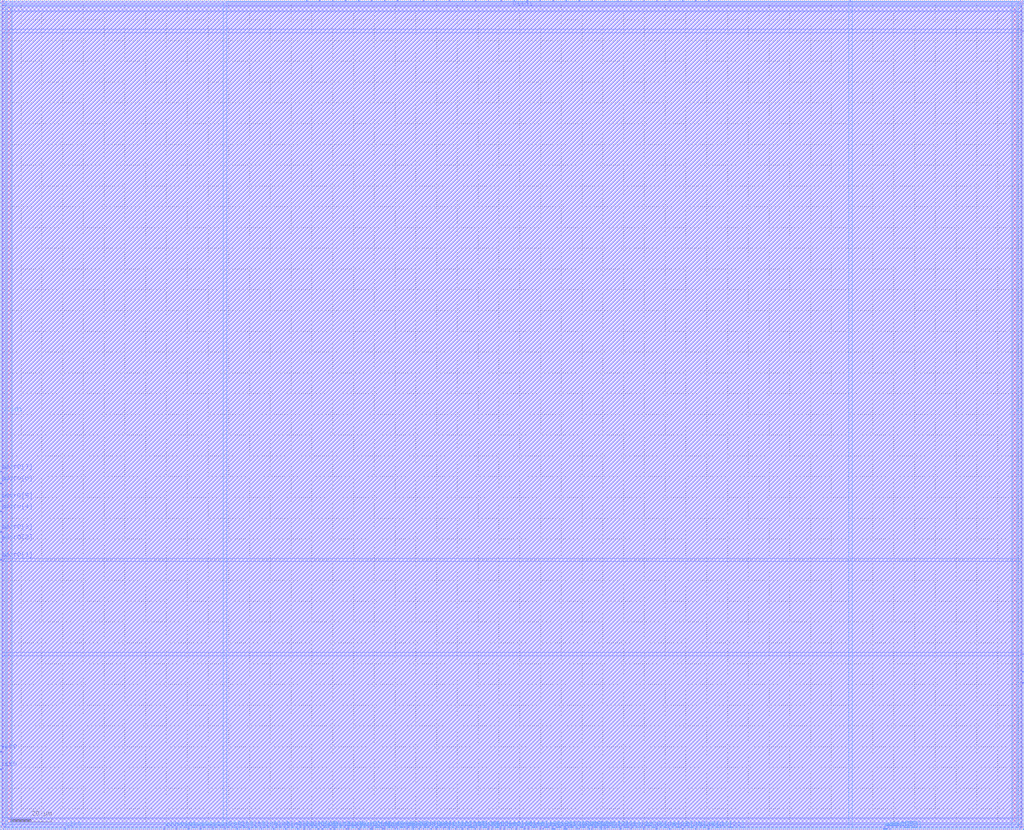
<source format=lef>
VERSION 5.4 ;
NAMESCASESENSITIVE ON ;
BUSBITCHARS "[]" ;
DIVIDERCHAR "/" ;
UNITS
  DATABASE MICRONS 2000 ;
END UNITS
MACRO sky130_sram_1kbyte_1rw1r_32x256_8
   CLASS BLOCK ;
   SIZE 492.56 BY 399.67 ;
   SYMMETRY X Y R90 ;
   PIN din0[0]
      DIRECTION INPUT ;
      PORT
         LAYER met4 ;
         RECT  108.0 0.0 108.38 0.38 ;
      END
   END din0[0]
   PIN din0[1]
      DIRECTION INPUT ;
      PORT
         LAYER met4 ;
         RECT  113.84 0.0 114.22 0.38 ;
      END
   END din0[1]
   PIN din0[2]
      DIRECTION INPUT ;
      PORT
         LAYER met4 ;
         RECT  119.68 0.0 120.06 0.38 ;
      END
   END din0[2]
   PIN din0[3]
      DIRECTION INPUT ;
      PORT
         LAYER met4 ;
         RECT  125.52 0.0 125.9 0.38 ;
      END
   END din0[3]
   PIN din0[4]
      DIRECTION INPUT ;
      PORT
         LAYER met4 ;
         RECT  131.36 0.0 131.74 0.38 ;
      END
   END din0[4]
   PIN din0[5]
      DIRECTION INPUT ;
      PORT
         LAYER met4 ;
         RECT  137.2 0.0 137.58 0.38 ;
      END
   END din0[5]
   PIN din0[6]
      DIRECTION INPUT ;
      PORT
         LAYER met4 ;
         RECT  143.04 0.0 143.42 0.38 ;
      END
   END din0[6]
   PIN din0[7]
      DIRECTION INPUT ;
      PORT
         LAYER met4 ;
         RECT  148.88 0.0 149.26 0.38 ;
      END
   END din0[7]
   PIN din0[8]
      DIRECTION INPUT ;
      PORT
         LAYER met4 ;
         RECT  154.72 0.0 155.1 0.38 ;
      END
   END din0[8]
   PIN din0[9]
      DIRECTION INPUT ;
      PORT
         LAYER met4 ;
         RECT  160.56 0.0 160.94 0.38 ;
      END
   END din0[9]
   PIN din0[10]
      DIRECTION INPUT ;
      PORT
         LAYER met4 ;
         RECT  166.4 0.0 166.78 0.38 ;
      END
   END din0[10]
   PIN din0[11]
      DIRECTION INPUT ;
      PORT
         LAYER met4 ;
         RECT  172.24 0.0 172.62 0.38 ;
      END
   END din0[11]
   PIN din0[12]
      DIRECTION INPUT ;
      PORT
         LAYER met4 ;
         RECT  178.08 0.0 178.46 0.38 ;
      END
   END din0[12]
   PIN din0[13]
      DIRECTION INPUT ;
      PORT
         LAYER met4 ;
         RECT  183.92 0.0 184.3 0.38 ;
      END
   END din0[13]
   PIN din0[14]
      DIRECTION INPUT ;
      PORT
         LAYER met4 ;
         RECT  189.76 0.0 190.14 0.38 ;
      END
   END din0[14]
   PIN din0[15]
      DIRECTION INPUT ;
      PORT
         LAYER met4 ;
         RECT  195.6 0.0 195.98 0.38 ;
      END
   END din0[15]
   PIN din0[16]
      DIRECTION INPUT ;
      PORT
         LAYER met4 ;
         RECT  201.44 0.0 201.82 0.38 ;
      END
   END din0[16]
   PIN din0[17]
      DIRECTION INPUT ;
      PORT
         LAYER met4 ;
         RECT  207.28 0.0 207.66 0.38 ;
      END
   END din0[17]
   PIN din0[18]
      DIRECTION INPUT ;
      PORT
         LAYER met4 ;
         RECT  213.12 0.0 213.5 0.38 ;
      END
   END din0[18]
   PIN din0[19]
      DIRECTION INPUT ;
      PORT
         LAYER met4 ;
         RECT  218.96 0.0 219.34 0.38 ;
      END
   END din0[19]
   PIN din0[20]
      DIRECTION INPUT ;
      PORT
         LAYER met4 ;
         RECT  224.8 0.0 225.18 0.38 ;
      END
   END din0[20]
   PIN din0[21]
      DIRECTION INPUT ;
      PORT
         LAYER met4 ;
         RECT  230.64 0.0 231.02 0.38 ;
      END
   END din0[21]
   PIN din0[22]
      DIRECTION INPUT ;
      PORT
         LAYER met4 ;
         RECT  236.48 0.0 236.86 0.38 ;
      END
   END din0[22]
   PIN din0[23]
      DIRECTION INPUT ;
      PORT
         LAYER met4 ;
         RECT  242.32 0.0 242.7 0.38 ;
      END
   END din0[23]
   PIN din0[24]
      DIRECTION INPUT ;
      PORT
         LAYER met4 ;
         RECT  248.16 0.0 248.54 0.38 ;
      END
   END din0[24]
   PIN din0[25]
      DIRECTION INPUT ;
      PORT
         LAYER met4 ;
         RECT  254.0 0.0 254.38 0.38 ;
      END
   END din0[25]
   PIN din0[26]
      DIRECTION INPUT ;
      PORT
         LAYER met4 ;
         RECT  259.84 0.0 260.22 0.38 ;
      END
   END din0[26]
   PIN din0[27]
      DIRECTION INPUT ;
      PORT
         LAYER met4 ;
         RECT  265.68 0.0 266.06 0.38 ;
      END
   END din0[27]
   PIN din0[28]
      DIRECTION INPUT ;
      PORT
         LAYER met4 ;
         RECT  271.52 0.0 271.9 0.38 ;
      END
   END din0[28]
   PIN din0[29]
      DIRECTION INPUT ;
      PORT
         LAYER met4 ;
         RECT  277.36 0.0 277.74 0.38 ;
      END
   END din0[29]
   PIN din0[30]
      DIRECTION INPUT ;
      PORT
         LAYER met4 ;
         RECT  283.2 0.0 283.58 0.38 ;
      END
   END din0[30]
   PIN din0[31]
      DIRECTION INPUT ;
      PORT
         LAYER met4 ;
         RECT  289.04 0.0 289.42 0.38 ;
      END
   END din0[31]
   PIN addr0[0]
      DIRECTION INPUT ;
      PORT
         LAYER met4 ;
         RECT  78.8 0.0 79.18 0.38 ;
      END
   END addr0[0]
   PIN addr0[1]
      DIRECTION INPUT ;
      PORT
         LAYER met3 ;
         RECT  0.0 129.77 0.38 130.15 ;
      END
   END addr0[1]
   PIN addr0[2]
      DIRECTION INPUT ;
      PORT
         LAYER met3 ;
         RECT  0.0 138.27 0.38 138.65 ;
      END
   END addr0[2]
   PIN addr0[3]
      DIRECTION INPUT ;
      PORT
         LAYER met3 ;
         RECT  0.0 143.185 0.38 143.565 ;
      END
   END addr0[3]
   PIN addr0[4]
      DIRECTION INPUT ;
      PORT
         LAYER met3 ;
         RECT  0.0 153.075 0.38 153.455 ;
      END
   END addr0[4]
   PIN addr0[5]
      DIRECTION INPUT ;
      PORT
         LAYER met3 ;
         RECT  0.0 158.05 0.38 158.43 ;
      END
   END addr0[5]
   PIN addr0[6]
      DIRECTION INPUT ;
      PORT
         LAYER met3 ;
         RECT  0.0 166.55 0.38 166.93 ;
      END
   END addr0[6]
   PIN addr0[7]
      DIRECTION INPUT ;
      PORT
         LAYER met3 ;
         RECT  0.0 172.19 0.38 172.57 ;
      END
   END addr0[7]
   PIN addr1[0]
      DIRECTION INPUT ;
      PORT
         LAYER met4 ;
         RECT  408.92 399.29 409.3 399.67 ;
      END
   END addr1[0]
   PIN addr1[1]
      DIRECTION INPUT ;
      PORT
         LAYER met3 ;
         RECT  492.18 84.385 492.56 84.765 ;
      END
   END addr1[1]
   PIN addr1[2]
      DIRECTION INPUT ;
      PORT
         LAYER met3 ;
         RECT  492.18 75.985 492.56 76.365 ;
      END
   END addr1[2]
   PIN addr1[3]
      DIRECTION INPUT ;
      PORT
         LAYER met3 ;
         RECT  492.18 70.49 492.56 70.87 ;
      END
   END addr1[3]
   PIN addr1[4]
      DIRECTION INPUT ;
      PORT
         LAYER met4 ;
         RECT  427.98 0.0 428.36 0.38 ;
      END
   END addr1[4]
   PIN addr1[5]
      DIRECTION INPUT ;
      PORT
         LAYER met4 ;
         RECT  425.005 0.0 425.385 0.38 ;
      END
   END addr1[5]
   PIN addr1[6]
      DIRECTION INPUT ;
      PORT
         LAYER met4 ;
         RECT  425.695 0.0 426.075 0.38 ;
      END
   END addr1[6]
   PIN addr1[7]
      DIRECTION INPUT ;
      PORT
         LAYER met4 ;
         RECT  426.44 0.0 426.82 0.38 ;
      END
   END addr1[7]
   PIN csb0
      DIRECTION INPUT ;
      PORT
         LAYER met3 ;
         RECT  0.0 28.89 0.38 29.27 ;
      END
   END csb0
   PIN csb1
      DIRECTION INPUT ;
      PORT
         LAYER met3 ;
         RECT  492.18 384.42 492.56 384.8 ;
      END
   END csb1
   PIN web0
      DIRECTION INPUT ;
      PORT
         LAYER met3 ;
         RECT  0.0 37.39 0.38 37.77 ;
      END
   END web0
   PIN clk0
      DIRECTION INPUT ;
      PORT
         LAYER met4 ;
         RECT  31.1 0.0 31.48 0.38 ;
      END
   END clk0
   PIN clk1
      DIRECTION INPUT ;
      PORT
         LAYER met4 ;
         RECT  461.92 399.29 462.3 399.67 ;
      END
   END clk1
   PIN wmask0[0]
      DIRECTION INPUT ;
      PORT
         LAYER met4 ;
         RECT  84.64 0.0 85.02 0.38 ;
      END
   END wmask0[0]
   PIN wmask0[1]
      DIRECTION INPUT ;
      PORT
         LAYER met4 ;
         RECT  90.48 0.0 90.86 0.38 ;
      END
   END wmask0[1]
   PIN wmask0[2]
      DIRECTION INPUT ;
      PORT
         LAYER met4 ;
         RECT  96.32 0.0 96.7 0.38 ;
      END
   END wmask0[2]
   PIN wmask0[3]
      DIRECTION INPUT ;
      PORT
         LAYER met4 ;
         RECT  102.16 0.0 102.54 0.38 ;
      END
   END wmask0[3]
   PIN dout0[0]
      DIRECTION OUTPUT ;
      PORT
         LAYER met4 ;
         RECT  146.04 0.0 146.42 0.38 ;
      END
   END dout0[0]
   PIN dout0[1]
      DIRECTION OUTPUT ;
      PORT
         LAYER met4 ;
         RECT  152.86 0.0 153.24 0.38 ;
      END
   END dout0[1]
   PIN dout0[2]
      DIRECTION OUTPUT ;
      PORT
         LAYER met4 ;
         RECT  158.755 0.0 159.135 0.38 ;
      END
   END dout0[2]
   PIN dout0[3]
      DIRECTION OUTPUT ;
      PORT
         LAYER met4 ;
         RECT  167.405 0.0 167.785 0.38 ;
      END
   END dout0[3]
   PIN dout0[4]
      DIRECTION OUTPUT ;
      PORT
         LAYER met4 ;
         RECT  172.93 0.0 173.31 0.38 ;
      END
   END dout0[4]
   PIN dout0[5]
      DIRECTION OUTPUT ;
      PORT
         LAYER met4 ;
         RECT  178.77 0.0 179.15 0.38 ;
      END
   END dout0[5]
   PIN dout0[6]
      DIRECTION OUTPUT ;
      PORT
         LAYER met4 ;
         RECT  184.745 0.0 185.125 0.38 ;
      END
   END dout0[6]
   PIN dout0[7]
      DIRECTION OUTPUT ;
      PORT
         LAYER met4 ;
         RECT  190.985 0.0 191.365 0.38 ;
      END
   END dout0[7]
   PIN dout0[8]
      DIRECTION OUTPUT ;
      PORT
         LAYER met4 ;
         RECT  198.605 0.0 198.985 0.38 ;
      END
   END dout0[8]
   PIN dout0[9]
      DIRECTION OUTPUT ;
      PORT
         LAYER met4 ;
         RECT  203.465 0.0 203.845 0.38 ;
      END
   END dout0[9]
   PIN dout0[10]
      DIRECTION OUTPUT ;
      PORT
         LAYER met4 ;
         RECT  209.705 0.0 210.085 0.38 ;
      END
   END dout0[10]
   PIN dout0[11]
      DIRECTION OUTPUT ;
      PORT
         LAYER met4 ;
         RECT  215.945 0.0 216.325 0.38 ;
      END
   END dout0[11]
   PIN dout0[12]
      DIRECTION OUTPUT ;
      PORT
         LAYER met4 ;
         RECT  222.185 0.0 222.565 0.38 ;
      END
   END dout0[12]
   PIN dout0[13]
      DIRECTION OUTPUT ;
      PORT
         LAYER met4 ;
         RECT  228.425 0.0 228.805 0.38 ;
      END
   END dout0[13]
   PIN dout0[14]
      DIRECTION OUTPUT ;
      PORT
         LAYER met4 ;
         RECT  234.665 0.0 235.045 0.38 ;
      END
   END dout0[14]
   PIN dout0[15]
      DIRECTION OUTPUT ;
      PORT
         LAYER met4 ;
         RECT  240.515 0.0 240.895 0.38 ;
      END
   END dout0[15]
   PIN dout0[16]
      DIRECTION OUTPUT ;
      PORT
         LAYER met4 ;
         RECT  245.88 0.0 246.26 0.38 ;
      END
   END dout0[16]
   PIN dout0[17]
      DIRECTION OUTPUT ;
      PORT
         LAYER met4 ;
         RECT  252.195 0.0 252.575 0.38 ;
      END
   END dout0[17]
   PIN dout0[18]
      DIRECTION OUTPUT ;
      PORT
         LAYER met4 ;
         RECT  261.005 0.0 261.385 0.38 ;
      END
   END dout0[18]
   PIN dout0[19]
      DIRECTION OUTPUT ;
      PORT
         LAYER met4 ;
         RECT  266.37 0.0 266.75 0.38 ;
      END
   END dout0[19]
   PIN dout0[20]
      DIRECTION OUTPUT ;
      PORT
         LAYER met4 ;
         RECT  272.21 0.0 272.59 0.38 ;
      END
   END dout0[20]
   PIN dout0[21]
      DIRECTION OUTPUT ;
      PORT
         LAYER met4 ;
         RECT  278.345 0.0 278.725 0.38 ;
      END
   END dout0[21]
   PIN dout0[22]
      DIRECTION OUTPUT ;
      PORT
         LAYER met4 ;
         RECT  284.585 0.0 284.965 0.38 ;
      END
   END dout0[22]
   PIN dout0[23]
      DIRECTION OUTPUT ;
      PORT
         LAYER met4 ;
         RECT  290.825 0.0 291.205 0.38 ;
      END
   END dout0[23]
   PIN dout0[24]
      DIRECTION OUTPUT ;
      PORT
         LAYER met4 ;
         RECT  298.445 0.0 298.825 0.38 ;
      END
   END dout0[24]
   PIN dout0[25]
      DIRECTION OUTPUT ;
      PORT
         LAYER met4 ;
         RECT  303.305 0.0 303.685 0.38 ;
      END
   END dout0[25]
   PIN dout0[26]
      DIRECTION OUTPUT ;
      PORT
         LAYER met4 ;
         RECT  309.545 0.0 309.925 0.38 ;
      END
   END dout0[26]
   PIN dout0[27]
      DIRECTION OUTPUT ;
      PORT
         LAYER met4 ;
         RECT  315.785 0.0 316.165 0.38 ;
      END
   END dout0[27]
   PIN dout0[28]
      DIRECTION OUTPUT ;
      PORT
         LAYER met4 ;
         RECT  322.025 0.0 322.405 0.38 ;
      END
   END dout0[28]
   PIN dout0[29]
      DIRECTION OUTPUT ;
      PORT
         LAYER met4 ;
         RECT  328.265 0.0 328.645 0.38 ;
      END
   END dout0[29]
   PIN dout0[30]
      DIRECTION OUTPUT ;
      PORT
         LAYER met4 ;
         RECT  334.505 0.0 334.885 0.38 ;
      END
   END dout0[30]
   PIN dout0[31]
      DIRECTION OUTPUT ;
      PORT
         LAYER met4 ;
         RECT  340.745 0.0 341.125 0.38 ;
      END
   END dout0[31]
   PIN dout1[0]
      DIRECTION OUTPUT ;
      PORT
         LAYER met4 ;
         RECT  147.365 399.29 147.745 399.67 ;
      END
   END dout1[0]
   PIN dout1[1]
      DIRECTION OUTPUT ;
      PORT
         LAYER met4 ;
         RECT  153.605 399.29 153.985 399.67 ;
      END
   END dout1[1]
   PIN dout1[2]
      DIRECTION OUTPUT ;
      PORT
         LAYER met4 ;
         RECT  159.845 399.29 160.225 399.67 ;
      END
   END dout1[2]
   PIN dout1[3]
      DIRECTION OUTPUT ;
      PORT
         LAYER met4 ;
         RECT  166.085 399.29 166.465 399.67 ;
      END
   END dout1[3]
   PIN dout1[4]
      DIRECTION OUTPUT ;
      PORT
         LAYER met4 ;
         RECT  172.325 399.29 172.705 399.67 ;
      END
   END dout1[4]
   PIN dout1[5]
      DIRECTION OUTPUT ;
      PORT
         LAYER met4 ;
         RECT  178.565 399.29 178.945 399.67 ;
      END
   END dout1[5]
   PIN dout1[6]
      DIRECTION OUTPUT ;
      PORT
         LAYER met4 ;
         RECT  184.805 399.29 185.185 399.67 ;
      END
   END dout1[6]
   PIN dout1[7]
      DIRECTION OUTPUT ;
      PORT
         LAYER met4 ;
         RECT  191.045 399.29 191.425 399.67 ;
      END
   END dout1[7]
   PIN dout1[8]
      DIRECTION OUTPUT ;
      PORT
         LAYER met4 ;
         RECT  197.285 399.29 197.665 399.67 ;
      END
   END dout1[8]
   PIN dout1[9]
      DIRECTION OUTPUT ;
      PORT
         LAYER met4 ;
         RECT  203.525 399.29 203.905 399.67 ;
      END
   END dout1[9]
   PIN dout1[10]
      DIRECTION OUTPUT ;
      PORT
         LAYER met4 ;
         RECT  209.765 399.29 210.145 399.67 ;
      END
   END dout1[10]
   PIN dout1[11]
      DIRECTION OUTPUT ;
      PORT
         LAYER met4 ;
         RECT  216.005 399.29 216.385 399.67 ;
      END
   END dout1[11]
   PIN dout1[12]
      DIRECTION OUTPUT ;
      PORT
         LAYER met4 ;
         RECT  222.245 399.29 222.625 399.67 ;
      END
   END dout1[12]
   PIN dout1[13]
      DIRECTION OUTPUT ;
      PORT
         LAYER met4 ;
         RECT  228.485 399.29 228.865 399.67 ;
      END
   END dout1[13]
   PIN dout1[14]
      DIRECTION OUTPUT ;
      PORT
         LAYER met4 ;
         RECT  234.725 399.29 235.105 399.67 ;
      END
   END dout1[14]
   PIN dout1[15]
      DIRECTION OUTPUT ;
      PORT
         LAYER met4 ;
         RECT  240.965 399.29 241.345 399.67 ;
      END
   END dout1[15]
   PIN dout1[16]
      DIRECTION OUTPUT ;
      PORT
         LAYER met4 ;
         RECT  247.205 399.29 247.585 399.67 ;
      END
   END dout1[16]
   PIN dout1[17]
      DIRECTION OUTPUT ;
      PORT
         LAYER met4 ;
         RECT  253.445 399.29 253.825 399.67 ;
      END
   END dout1[17]
   PIN dout1[18]
      DIRECTION OUTPUT ;
      PORT
         LAYER met4 ;
         RECT  259.685 399.29 260.065 399.67 ;
      END
   END dout1[18]
   PIN dout1[19]
      DIRECTION OUTPUT ;
      PORT
         LAYER met4 ;
         RECT  265.925 399.29 266.305 399.67 ;
      END
   END dout1[19]
   PIN dout1[20]
      DIRECTION OUTPUT ;
      PORT
         LAYER met4 ;
         RECT  272.165 399.29 272.545 399.67 ;
      END
   END dout1[20]
   PIN dout1[21]
      DIRECTION OUTPUT ;
      PORT
         LAYER met4 ;
         RECT  278.405 399.29 278.785 399.67 ;
      END
   END dout1[21]
   PIN dout1[22]
      DIRECTION OUTPUT ;
      PORT
         LAYER met4 ;
         RECT  284.645 399.29 285.025 399.67 ;
      END
   END dout1[22]
   PIN dout1[23]
      DIRECTION OUTPUT ;
      PORT
         LAYER met4 ;
         RECT  290.885 399.29 291.265 399.67 ;
      END
   END dout1[23]
   PIN dout1[24]
      DIRECTION OUTPUT ;
      PORT
         LAYER met4 ;
         RECT  297.125 399.29 297.505 399.67 ;
      END
   END dout1[24]
   PIN dout1[25]
      DIRECTION OUTPUT ;
      PORT
         LAYER met4 ;
         RECT  303.365 399.29 303.745 399.67 ;
      END
   END dout1[25]
   PIN dout1[26]
      DIRECTION OUTPUT ;
      PORT
         LAYER met4 ;
         RECT  309.605 399.29 309.985 399.67 ;
      END
   END dout1[26]
   PIN dout1[27]
      DIRECTION OUTPUT ;
      PORT
         LAYER met4 ;
         RECT  315.845 399.29 316.225 399.67 ;
      END
   END dout1[27]
   PIN dout1[28]
      DIRECTION OUTPUT ;
      PORT
         LAYER met4 ;
         RECT  322.085 399.29 322.465 399.67 ;
      END
   END dout1[28]
   PIN dout1[29]
      DIRECTION OUTPUT ;
      PORT
         LAYER met4 ;
         RECT  328.325 399.29 328.705 399.67 ;
      END
   END dout1[29]
   PIN dout1[30]
      DIRECTION OUTPUT ;
      PORT
         LAYER met4 ;
         RECT  334.565 399.29 334.945 399.67 ;
      END
   END dout1[30]
   PIN dout1[31]
      DIRECTION OUTPUT ;
      PORT
         LAYER met4 ;
         RECT  340.805 399.29 341.185 399.67 ;
      END
   END dout1[31]
   PIN vccd1
      DIRECTION INOUT ;
      USE POWER ; 
      SHAPE ABUTMENT ; 
      PORT
         LAYER met4 ;
         RECT  490.82 0.0 492.56 399.67 ;
         LAYER met3 ;
         RECT  0.0 0.0 492.56 1.74 ;
         LAYER met3 ;
         RECT  0.0 397.93 492.56 399.67 ;
         LAYER met4 ;
         RECT  0.0 0.0 1.74 399.67 ;
      END
   END vccd1
   PIN vssd1
      DIRECTION INOUT ;
      USE GROUND ; 
      SHAPE ABUTMENT ; 
      PORT
         LAYER met4 ;
         RECT  3.48 3.48 5.22 396.19 ;
         LAYER met3 ;
         RECT  3.48 3.48 489.08 5.22 ;
         LAYER met3 ;
         RECT  3.48 394.45 489.08 396.19 ;
         LAYER met4 ;
         RECT  487.34 3.48 489.08 396.19 ;
      END
   END vssd1
   OBS
   LAYER  met1 ;
      RECT  0.62 0.62 491.94 399.05 ;
   LAYER  met2 ;
      RECT  0.62 0.62 491.94 399.05 ;
   LAYER  met3 ;
      RECT  0.98 129.17 491.94 130.75 ;
      RECT  0.62 130.75 0.98 137.67 ;
      RECT  0.62 139.25 0.98 142.585 ;
      RECT  0.62 144.165 0.98 152.475 ;
      RECT  0.62 154.055 0.98 157.45 ;
      RECT  0.62 159.03 0.98 165.95 ;
      RECT  0.62 167.53 0.98 171.59 ;
      RECT  0.98 83.785 491.58 85.365 ;
      RECT  0.98 85.365 491.58 129.17 ;
      RECT  491.58 85.365 491.94 129.17 ;
      RECT  491.58 76.965 491.94 83.785 ;
      RECT  491.58 71.47 491.94 75.385 ;
      RECT  0.98 130.75 491.58 383.82 ;
      RECT  0.98 383.82 491.58 385.4 ;
      RECT  491.58 130.75 491.94 383.82 ;
      RECT  0.62 29.87 0.98 36.79 ;
      RECT  0.62 38.37 0.98 129.17 ;
      RECT  491.58 2.34 491.94 69.89 ;
      RECT  0.62 2.34 0.98 28.29 ;
      RECT  0.62 173.17 0.98 397.33 ;
      RECT  491.58 385.4 491.94 397.33 ;
      RECT  0.98 2.34 2.88 2.88 ;
      RECT  0.98 2.88 2.88 5.82 ;
      RECT  0.98 5.82 2.88 83.785 ;
      RECT  2.88 2.34 489.68 2.88 ;
      RECT  2.88 5.82 489.68 83.785 ;
      RECT  489.68 2.34 491.58 2.88 ;
      RECT  489.68 2.88 491.58 5.82 ;
      RECT  489.68 5.82 491.58 83.785 ;
      RECT  0.98 385.4 2.88 393.85 ;
      RECT  0.98 393.85 2.88 396.79 ;
      RECT  0.98 396.79 2.88 397.33 ;
      RECT  2.88 385.4 489.68 393.85 ;
      RECT  2.88 396.79 489.68 397.33 ;
      RECT  489.68 385.4 491.58 393.85 ;
      RECT  489.68 393.85 491.58 396.79 ;
      RECT  489.68 396.79 491.58 397.33 ;
   LAYER  met4 ;
      RECT  107.4 0.98 108.98 399.05 ;
      RECT  108.98 0.62 113.24 0.98 ;
      RECT  114.82 0.62 119.08 0.98 ;
      RECT  120.66 0.62 124.92 0.98 ;
      RECT  126.5 0.62 130.76 0.98 ;
      RECT  132.34 0.62 136.6 0.98 ;
      RECT  138.18 0.62 142.44 0.98 ;
      RECT  161.54 0.62 165.8 0.98 ;
      RECT  254.98 0.62 259.24 0.98 ;
      RECT  108.98 0.98 408.32 398.69 ;
      RECT  408.32 0.98 409.9 398.69 ;
      RECT  32.08 0.62 78.2 0.98 ;
      RECT  409.9 398.69 461.32 399.05 ;
      RECT  79.78 0.62 84.04 0.98 ;
      RECT  85.62 0.62 89.88 0.98 ;
      RECT  91.46 0.62 95.72 0.98 ;
      RECT  97.3 0.62 101.56 0.98 ;
      RECT  103.14 0.62 107.4 0.98 ;
      RECT  144.02 0.62 145.44 0.98 ;
      RECT  147.02 0.62 148.28 0.98 ;
      RECT  149.86 0.62 152.26 0.98 ;
      RECT  153.84 0.62 154.12 0.98 ;
      RECT  155.7 0.62 158.155 0.98 ;
      RECT  159.735 0.62 159.96 0.98 ;
      RECT  168.385 0.62 171.64 0.98 ;
      RECT  173.91 0.62 177.48 0.98 ;
      RECT  179.75 0.62 183.32 0.98 ;
      RECT  185.725 0.62 189.16 0.98 ;
      RECT  191.965 0.62 195.0 0.98 ;
      RECT  196.58 0.62 198.005 0.98 ;
      RECT  199.585 0.62 200.84 0.98 ;
      RECT  202.42 0.62 202.865 0.98 ;
      RECT  204.445 0.62 206.68 0.98 ;
      RECT  208.26 0.62 209.105 0.98 ;
      RECT  210.685 0.62 212.52 0.98 ;
      RECT  214.1 0.62 215.345 0.98 ;
      RECT  216.925 0.62 218.36 0.98 ;
      RECT  219.94 0.62 221.585 0.98 ;
      RECT  223.165 0.62 224.2 0.98 ;
      RECT  225.78 0.62 227.825 0.98 ;
      RECT  229.405 0.62 230.04 0.98 ;
      RECT  231.62 0.62 234.065 0.98 ;
      RECT  235.645 0.62 235.88 0.98 ;
      RECT  237.46 0.62 239.915 0.98 ;
      RECT  241.495 0.62 241.72 0.98 ;
      RECT  243.3 0.62 245.28 0.98 ;
      RECT  246.86 0.62 247.56 0.98 ;
      RECT  249.14 0.62 251.595 0.98 ;
      RECT  253.175 0.62 253.4 0.98 ;
      RECT  261.985 0.62 265.08 0.98 ;
      RECT  267.35 0.62 270.92 0.98 ;
      RECT  273.19 0.62 276.76 0.98 ;
      RECT  279.325 0.62 282.6 0.98 ;
      RECT  285.565 0.62 288.44 0.98 ;
      RECT  290.02 0.62 290.225 0.98 ;
      RECT  291.805 0.62 297.845 0.98 ;
      RECT  299.425 0.62 302.705 0.98 ;
      RECT  304.285 0.62 308.945 0.98 ;
      RECT  310.525 0.62 315.185 0.98 ;
      RECT  316.765 0.62 321.425 0.98 ;
      RECT  323.005 0.62 327.665 0.98 ;
      RECT  329.245 0.62 333.905 0.98 ;
      RECT  335.485 0.62 340.145 0.98 ;
      RECT  341.725 0.62 424.405 0.98 ;
      RECT  108.98 398.69 146.765 399.05 ;
      RECT  148.345 398.69 153.005 399.05 ;
      RECT  154.585 398.69 159.245 399.05 ;
      RECT  160.825 398.69 165.485 399.05 ;
      RECT  167.065 398.69 171.725 399.05 ;
      RECT  173.305 398.69 177.965 399.05 ;
      RECT  179.545 398.69 184.205 399.05 ;
      RECT  185.785 398.69 190.445 399.05 ;
      RECT  192.025 398.69 196.685 399.05 ;
      RECT  198.265 398.69 202.925 399.05 ;
      RECT  204.505 398.69 209.165 399.05 ;
      RECT  210.745 398.69 215.405 399.05 ;
      RECT  216.985 398.69 221.645 399.05 ;
      RECT  223.225 398.69 227.885 399.05 ;
      RECT  229.465 398.69 234.125 399.05 ;
      RECT  235.705 398.69 240.365 399.05 ;
      RECT  241.945 398.69 246.605 399.05 ;
      RECT  248.185 398.69 252.845 399.05 ;
      RECT  254.425 398.69 259.085 399.05 ;
      RECT  260.665 398.69 265.325 399.05 ;
      RECT  266.905 398.69 271.565 399.05 ;
      RECT  273.145 398.69 277.805 399.05 ;
      RECT  279.385 398.69 284.045 399.05 ;
      RECT  285.625 398.69 290.285 399.05 ;
      RECT  291.865 398.69 296.525 399.05 ;
      RECT  298.105 398.69 302.765 399.05 ;
      RECT  304.345 398.69 309.005 399.05 ;
      RECT  310.585 398.69 315.245 399.05 ;
      RECT  316.825 398.69 321.485 399.05 ;
      RECT  323.065 398.69 327.725 399.05 ;
      RECT  329.305 398.69 333.965 399.05 ;
      RECT  335.545 398.69 340.205 399.05 ;
      RECT  341.785 398.69 408.32 399.05 ;
      RECT  428.96 0.62 490.22 0.98 ;
      RECT  462.9 398.69 490.22 399.05 ;
      RECT  2.34 0.62 30.5 0.98 ;
      RECT  2.34 0.98 2.88 2.88 ;
      RECT  2.34 2.88 2.88 396.79 ;
      RECT  2.34 396.79 2.88 399.05 ;
      RECT  2.88 0.98 5.82 2.88 ;
      RECT  2.88 396.79 5.82 399.05 ;
      RECT  5.82 0.98 107.4 2.88 ;
      RECT  5.82 2.88 107.4 396.79 ;
      RECT  5.82 396.79 107.4 399.05 ;
      RECT  409.9 0.98 486.74 2.88 ;
      RECT  409.9 2.88 486.74 396.79 ;
      RECT  409.9 396.79 486.74 398.69 ;
      RECT  486.74 0.98 489.68 2.88 ;
      RECT  486.74 396.79 489.68 398.69 ;
      RECT  489.68 0.98 490.22 2.88 ;
      RECT  489.68 2.88 490.22 396.79 ;
      RECT  489.68 396.79 490.22 398.69 ;
   END
END    sky130_sram_1kbyte_1rw1r_32x256_8
END    LIBRARY

</source>
